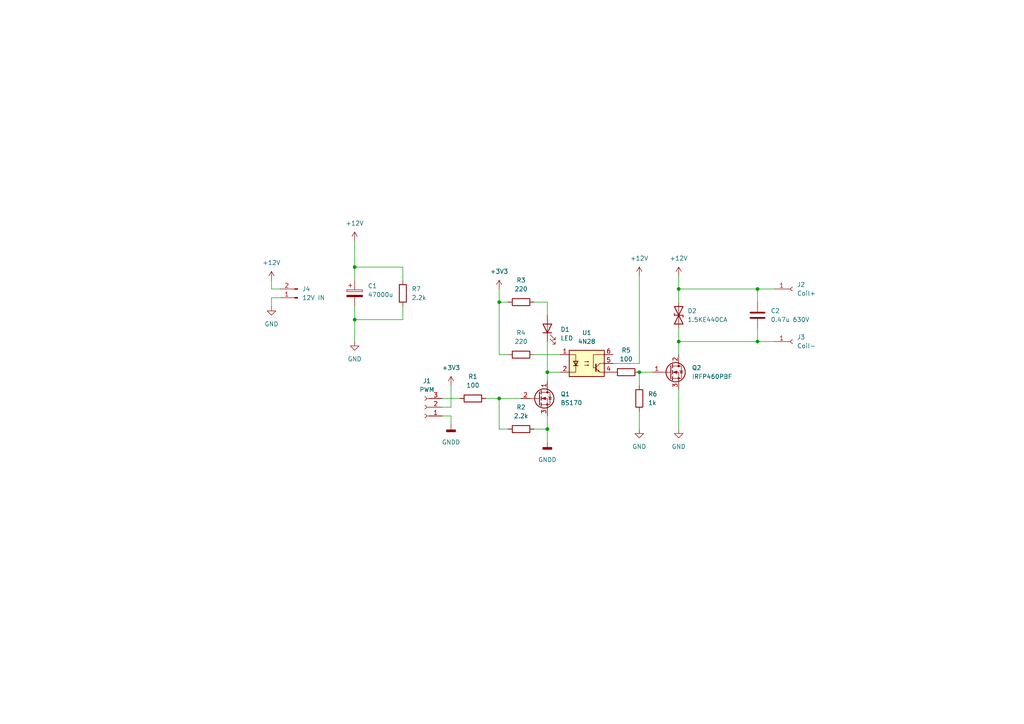
<source format=kicad_sch>
(kicad_sch (version 20211123) (generator eeschema)

  (uuid e63e39d7-6ac0-4ffd-8aa3-1841a4541b55)

  (paper "A4")

  (lib_symbols
    (symbol "Connector:Conn_01x01_Female" (pin_names (offset 1.016) hide) (in_bom yes) (on_board yes)
      (property "Reference" "J" (id 0) (at 0 2.54 0)
        (effects (font (size 1.27 1.27)))
      )
      (property "Value" "Conn_01x01_Female" (id 1) (at 0 -2.54 0)
        (effects (font (size 1.27 1.27)))
      )
      (property "Footprint" "" (id 2) (at 0 0 0)
        (effects (font (size 1.27 1.27)) hide)
      )
      (property "Datasheet" "~" (id 3) (at 0 0 0)
        (effects (font (size 1.27 1.27)) hide)
      )
      (property "ki_keywords" "connector" (id 4) (at 0 0 0)
        (effects (font (size 1.27 1.27)) hide)
      )
      (property "ki_description" "Generic connector, single row, 01x01, script generated (kicad-library-utils/schlib/autogen/connector/)" (id 5) (at 0 0 0)
        (effects (font (size 1.27 1.27)) hide)
      )
      (property "ki_fp_filters" "Connector*:*" (id 6) (at 0 0 0)
        (effects (font (size 1.27 1.27)) hide)
      )
      (symbol "Conn_01x01_Female_1_1"
        (polyline
          (pts
            (xy -1.27 0)
            (xy -0.508 0)
          )
          (stroke (width 0.1524) (type default) (color 0 0 0 0))
          (fill (type none))
        )
        (arc (start 0 0.508) (mid -0.508 0) (end 0 -0.508)
          (stroke (width 0.1524) (type default) (color 0 0 0 0))
          (fill (type none))
        )
        (pin passive line (at -5.08 0 0) (length 3.81)
          (name "Pin_1" (effects (font (size 1.27 1.27))))
          (number "1" (effects (font (size 1.27 1.27))))
        )
      )
    )
    (symbol "Connector:Conn_01x02_Male" (pin_names (offset 1.016) hide) (in_bom yes) (on_board yes)
      (property "Reference" "J" (id 0) (at 0 2.54 0)
        (effects (font (size 1.27 1.27)))
      )
      (property "Value" "Conn_01x02_Male" (id 1) (at 0 -5.08 0)
        (effects (font (size 1.27 1.27)))
      )
      (property "Footprint" "" (id 2) (at 0 0 0)
        (effects (font (size 1.27 1.27)) hide)
      )
      (property "Datasheet" "~" (id 3) (at 0 0 0)
        (effects (font (size 1.27 1.27)) hide)
      )
      (property "ki_keywords" "connector" (id 4) (at 0 0 0)
        (effects (font (size 1.27 1.27)) hide)
      )
      (property "ki_description" "Generic connector, single row, 01x02, script generated (kicad-library-utils/schlib/autogen/connector/)" (id 5) (at 0 0 0)
        (effects (font (size 1.27 1.27)) hide)
      )
      (property "ki_fp_filters" "Connector*:*_1x??_*" (id 6) (at 0 0 0)
        (effects (font (size 1.27 1.27)) hide)
      )
      (symbol "Conn_01x02_Male_1_1"
        (polyline
          (pts
            (xy 1.27 -2.54)
            (xy 0.8636 -2.54)
          )
          (stroke (width 0.1524) (type default) (color 0 0 0 0))
          (fill (type none))
        )
        (polyline
          (pts
            (xy 1.27 0)
            (xy 0.8636 0)
          )
          (stroke (width 0.1524) (type default) (color 0 0 0 0))
          (fill (type none))
        )
        (rectangle (start 0.8636 -2.413) (end 0 -2.667)
          (stroke (width 0.1524) (type default) (color 0 0 0 0))
          (fill (type outline))
        )
        (rectangle (start 0.8636 0.127) (end 0 -0.127)
          (stroke (width 0.1524) (type default) (color 0 0 0 0))
          (fill (type outline))
        )
        (pin passive line (at 5.08 0 180) (length 3.81)
          (name "Pin_1" (effects (font (size 1.27 1.27))))
          (number "1" (effects (font (size 1.27 1.27))))
        )
        (pin passive line (at 5.08 -2.54 180) (length 3.81)
          (name "Pin_2" (effects (font (size 1.27 1.27))))
          (number "2" (effects (font (size 1.27 1.27))))
        )
      )
    )
    (symbol "Connector:Conn_01x03_Female" (pin_names (offset 1.016) hide) (in_bom yes) (on_board yes)
      (property "Reference" "J" (id 0) (at 0 5.08 0)
        (effects (font (size 1.27 1.27)))
      )
      (property "Value" "Conn_01x03_Female" (id 1) (at 0 -5.08 0)
        (effects (font (size 1.27 1.27)))
      )
      (property "Footprint" "" (id 2) (at 0 0 0)
        (effects (font (size 1.27 1.27)) hide)
      )
      (property "Datasheet" "~" (id 3) (at 0 0 0)
        (effects (font (size 1.27 1.27)) hide)
      )
      (property "ki_keywords" "connector" (id 4) (at 0 0 0)
        (effects (font (size 1.27 1.27)) hide)
      )
      (property "ki_description" "Generic connector, single row, 01x03, script generated (kicad-library-utils/schlib/autogen/connector/)" (id 5) (at 0 0 0)
        (effects (font (size 1.27 1.27)) hide)
      )
      (property "ki_fp_filters" "Connector*:*_1x??_*" (id 6) (at 0 0 0)
        (effects (font (size 1.27 1.27)) hide)
      )
      (symbol "Conn_01x03_Female_1_1"
        (arc (start 0 -2.032) (mid -0.508 -2.54) (end 0 -3.048)
          (stroke (width 0.1524) (type default) (color 0 0 0 0))
          (fill (type none))
        )
        (polyline
          (pts
            (xy -1.27 -2.54)
            (xy -0.508 -2.54)
          )
          (stroke (width 0.1524) (type default) (color 0 0 0 0))
          (fill (type none))
        )
        (polyline
          (pts
            (xy -1.27 0)
            (xy -0.508 0)
          )
          (stroke (width 0.1524) (type default) (color 0 0 0 0))
          (fill (type none))
        )
        (polyline
          (pts
            (xy -1.27 2.54)
            (xy -0.508 2.54)
          )
          (stroke (width 0.1524) (type default) (color 0 0 0 0))
          (fill (type none))
        )
        (arc (start 0 0.508) (mid -0.508 0) (end 0 -0.508)
          (stroke (width 0.1524) (type default) (color 0 0 0 0))
          (fill (type none))
        )
        (arc (start 0 3.048) (mid -0.508 2.54) (end 0 2.032)
          (stroke (width 0.1524) (type default) (color 0 0 0 0))
          (fill (type none))
        )
        (pin passive line (at -5.08 2.54 0) (length 3.81)
          (name "Pin_1" (effects (font (size 1.27 1.27))))
          (number "1" (effects (font (size 1.27 1.27))))
        )
        (pin passive line (at -5.08 0 0) (length 3.81)
          (name "Pin_2" (effects (font (size 1.27 1.27))))
          (number "2" (effects (font (size 1.27 1.27))))
        )
        (pin passive line (at -5.08 -2.54 0) (length 3.81)
          (name "Pin_3" (effects (font (size 1.27 1.27))))
          (number "3" (effects (font (size 1.27 1.27))))
        )
      )
    )
    (symbol "Device:C" (pin_numbers hide) (pin_names (offset 0.254)) (in_bom yes) (on_board yes)
      (property "Reference" "C" (id 0) (at 0.635 2.54 0)
        (effects (font (size 1.27 1.27)) (justify left))
      )
      (property "Value" "C" (id 1) (at 0.635 -2.54 0)
        (effects (font (size 1.27 1.27)) (justify left))
      )
      (property "Footprint" "" (id 2) (at 0.9652 -3.81 0)
        (effects (font (size 1.27 1.27)) hide)
      )
      (property "Datasheet" "~" (id 3) (at 0 0 0)
        (effects (font (size 1.27 1.27)) hide)
      )
      (property "ki_keywords" "cap capacitor" (id 4) (at 0 0 0)
        (effects (font (size 1.27 1.27)) hide)
      )
      (property "ki_description" "Unpolarized capacitor" (id 5) (at 0 0 0)
        (effects (font (size 1.27 1.27)) hide)
      )
      (property "ki_fp_filters" "C_*" (id 6) (at 0 0 0)
        (effects (font (size 1.27 1.27)) hide)
      )
      (symbol "C_0_1"
        (polyline
          (pts
            (xy -2.032 -0.762)
            (xy 2.032 -0.762)
          )
          (stroke (width 0.508) (type default) (color 0 0 0 0))
          (fill (type none))
        )
        (polyline
          (pts
            (xy -2.032 0.762)
            (xy 2.032 0.762)
          )
          (stroke (width 0.508) (type default) (color 0 0 0 0))
          (fill (type none))
        )
      )
      (symbol "C_1_1"
        (pin passive line (at 0 3.81 270) (length 2.794)
          (name "~" (effects (font (size 1.27 1.27))))
          (number "1" (effects (font (size 1.27 1.27))))
        )
        (pin passive line (at 0 -3.81 90) (length 2.794)
          (name "~" (effects (font (size 1.27 1.27))))
          (number "2" (effects (font (size 1.27 1.27))))
        )
      )
    )
    (symbol "Device:C_Polarized" (pin_numbers hide) (pin_names (offset 0.254)) (in_bom yes) (on_board yes)
      (property "Reference" "C" (id 0) (at 0.635 2.54 0)
        (effects (font (size 1.27 1.27)) (justify left))
      )
      (property "Value" "C_Polarized" (id 1) (at 0.635 -2.54 0)
        (effects (font (size 1.27 1.27)) (justify left))
      )
      (property "Footprint" "" (id 2) (at 0.9652 -3.81 0)
        (effects (font (size 1.27 1.27)) hide)
      )
      (property "Datasheet" "~" (id 3) (at 0 0 0)
        (effects (font (size 1.27 1.27)) hide)
      )
      (property "ki_keywords" "cap capacitor" (id 4) (at 0 0 0)
        (effects (font (size 1.27 1.27)) hide)
      )
      (property "ki_description" "Polarized capacitor" (id 5) (at 0 0 0)
        (effects (font (size 1.27 1.27)) hide)
      )
      (property "ki_fp_filters" "CP_*" (id 6) (at 0 0 0)
        (effects (font (size 1.27 1.27)) hide)
      )
      (symbol "C_Polarized_0_1"
        (rectangle (start -2.286 0.508) (end 2.286 1.016)
          (stroke (width 0) (type default) (color 0 0 0 0))
          (fill (type none))
        )
        (polyline
          (pts
            (xy -1.778 2.286)
            (xy -0.762 2.286)
          )
          (stroke (width 0) (type default) (color 0 0 0 0))
          (fill (type none))
        )
        (polyline
          (pts
            (xy -1.27 2.794)
            (xy -1.27 1.778)
          )
          (stroke (width 0) (type default) (color 0 0 0 0))
          (fill (type none))
        )
        (rectangle (start 2.286 -0.508) (end -2.286 -1.016)
          (stroke (width 0) (type default) (color 0 0 0 0))
          (fill (type outline))
        )
      )
      (symbol "C_Polarized_1_1"
        (pin passive line (at 0 3.81 270) (length 2.794)
          (name "~" (effects (font (size 1.27 1.27))))
          (number "1" (effects (font (size 1.27 1.27))))
        )
        (pin passive line (at 0 -3.81 90) (length 2.794)
          (name "~" (effects (font (size 1.27 1.27))))
          (number "2" (effects (font (size 1.27 1.27))))
        )
      )
    )
    (symbol "Device:D_TVS" (pin_numbers hide) (pin_names (offset 1.016) hide) (in_bom yes) (on_board yes)
      (property "Reference" "D" (id 0) (at 0 2.54 0)
        (effects (font (size 1.27 1.27)))
      )
      (property "Value" "D_TVS" (id 1) (at 0 -2.54 0)
        (effects (font (size 1.27 1.27)))
      )
      (property "Footprint" "" (id 2) (at 0 0 0)
        (effects (font (size 1.27 1.27)) hide)
      )
      (property "Datasheet" "~" (id 3) (at 0 0 0)
        (effects (font (size 1.27 1.27)) hide)
      )
      (property "ki_keywords" "diode TVS thyrector" (id 4) (at 0 0 0)
        (effects (font (size 1.27 1.27)) hide)
      )
      (property "ki_description" "Bidirectional transient-voltage-suppression diode" (id 5) (at 0 0 0)
        (effects (font (size 1.27 1.27)) hide)
      )
      (property "ki_fp_filters" "TO-???* *_Diode_* *SingleDiode* D_*" (id 6) (at 0 0 0)
        (effects (font (size 1.27 1.27)) hide)
      )
      (symbol "D_TVS_0_1"
        (polyline
          (pts
            (xy 1.27 0)
            (xy -1.27 0)
          )
          (stroke (width 0) (type default) (color 0 0 0 0))
          (fill (type none))
        )
        (polyline
          (pts
            (xy 0.508 1.27)
            (xy 0 1.27)
            (xy 0 -1.27)
            (xy -0.508 -1.27)
          )
          (stroke (width 0.254) (type default) (color 0 0 0 0))
          (fill (type none))
        )
        (polyline
          (pts
            (xy -2.54 1.27)
            (xy -2.54 -1.27)
            (xy 2.54 1.27)
            (xy 2.54 -1.27)
            (xy -2.54 1.27)
          )
          (stroke (width 0.254) (type default) (color 0 0 0 0))
          (fill (type none))
        )
      )
      (symbol "D_TVS_1_1"
        (pin passive line (at -3.81 0 0) (length 2.54)
          (name "A1" (effects (font (size 1.27 1.27))))
          (number "1" (effects (font (size 1.27 1.27))))
        )
        (pin passive line (at 3.81 0 180) (length 2.54)
          (name "A2" (effects (font (size 1.27 1.27))))
          (number "2" (effects (font (size 1.27 1.27))))
        )
      )
    )
    (symbol "Device:LED" (pin_numbers hide) (pin_names (offset 1.016) hide) (in_bom yes) (on_board yes)
      (property "Reference" "D" (id 0) (at 0 2.54 0)
        (effects (font (size 1.27 1.27)))
      )
      (property "Value" "LED" (id 1) (at 0 -2.54 0)
        (effects (font (size 1.27 1.27)))
      )
      (property "Footprint" "" (id 2) (at 0 0 0)
        (effects (font (size 1.27 1.27)) hide)
      )
      (property "Datasheet" "~" (id 3) (at 0 0 0)
        (effects (font (size 1.27 1.27)) hide)
      )
      (property "ki_keywords" "LED diode" (id 4) (at 0 0 0)
        (effects (font (size 1.27 1.27)) hide)
      )
      (property "ki_description" "Light emitting diode" (id 5) (at 0 0 0)
        (effects (font (size 1.27 1.27)) hide)
      )
      (property "ki_fp_filters" "LED* LED_SMD:* LED_THT:*" (id 6) (at 0 0 0)
        (effects (font (size 1.27 1.27)) hide)
      )
      (symbol "LED_0_1"
        (polyline
          (pts
            (xy -1.27 -1.27)
            (xy -1.27 1.27)
          )
          (stroke (width 0.254) (type default) (color 0 0 0 0))
          (fill (type none))
        )
        (polyline
          (pts
            (xy -1.27 0)
            (xy 1.27 0)
          )
          (stroke (width 0) (type default) (color 0 0 0 0))
          (fill (type none))
        )
        (polyline
          (pts
            (xy 1.27 -1.27)
            (xy 1.27 1.27)
            (xy -1.27 0)
            (xy 1.27 -1.27)
          )
          (stroke (width 0.254) (type default) (color 0 0 0 0))
          (fill (type none))
        )
        (polyline
          (pts
            (xy -3.048 -0.762)
            (xy -4.572 -2.286)
            (xy -3.81 -2.286)
            (xy -4.572 -2.286)
            (xy -4.572 -1.524)
          )
          (stroke (width 0) (type default) (color 0 0 0 0))
          (fill (type none))
        )
        (polyline
          (pts
            (xy -1.778 -0.762)
            (xy -3.302 -2.286)
            (xy -2.54 -2.286)
            (xy -3.302 -2.286)
            (xy -3.302 -1.524)
          )
          (stroke (width 0) (type default) (color 0 0 0 0))
          (fill (type none))
        )
      )
      (symbol "LED_1_1"
        (pin passive line (at -3.81 0 0) (length 2.54)
          (name "K" (effects (font (size 1.27 1.27))))
          (number "1" (effects (font (size 1.27 1.27))))
        )
        (pin passive line (at 3.81 0 180) (length 2.54)
          (name "A" (effects (font (size 1.27 1.27))))
          (number "2" (effects (font (size 1.27 1.27))))
        )
      )
    )
    (symbol "Device:Q_NMOS_GDS" (pin_names (offset 0) hide) (in_bom yes) (on_board yes)
      (property "Reference" "Q" (id 0) (at 5.08 1.27 0)
        (effects (font (size 1.27 1.27)) (justify left))
      )
      (property "Value" "Q_NMOS_GDS" (id 1) (at 5.08 -1.27 0)
        (effects (font (size 1.27 1.27)) (justify left))
      )
      (property "Footprint" "" (id 2) (at 5.08 2.54 0)
        (effects (font (size 1.27 1.27)) hide)
      )
      (property "Datasheet" "~" (id 3) (at 0 0 0)
        (effects (font (size 1.27 1.27)) hide)
      )
      (property "ki_keywords" "transistor NMOS N-MOS N-MOSFET" (id 4) (at 0 0 0)
        (effects (font (size 1.27 1.27)) hide)
      )
      (property "ki_description" "N-MOSFET transistor, gate/drain/source" (id 5) (at 0 0 0)
        (effects (font (size 1.27 1.27)) hide)
      )
      (symbol "Q_NMOS_GDS_0_1"
        (polyline
          (pts
            (xy 0.254 0)
            (xy -2.54 0)
          )
          (stroke (width 0) (type default) (color 0 0 0 0))
          (fill (type none))
        )
        (polyline
          (pts
            (xy 0.254 1.905)
            (xy 0.254 -1.905)
          )
          (stroke (width 0.254) (type default) (color 0 0 0 0))
          (fill (type none))
        )
        (polyline
          (pts
            (xy 0.762 -1.27)
            (xy 0.762 -2.286)
          )
          (stroke (width 0.254) (type default) (color 0 0 0 0))
          (fill (type none))
        )
        (polyline
          (pts
            (xy 0.762 0.508)
            (xy 0.762 -0.508)
          )
          (stroke (width 0.254) (type default) (color 0 0 0 0))
          (fill (type none))
        )
        (polyline
          (pts
            (xy 0.762 2.286)
            (xy 0.762 1.27)
          )
          (stroke (width 0.254) (type default) (color 0 0 0 0))
          (fill (type none))
        )
        (polyline
          (pts
            (xy 2.54 2.54)
            (xy 2.54 1.778)
          )
          (stroke (width 0) (type default) (color 0 0 0 0))
          (fill (type none))
        )
        (polyline
          (pts
            (xy 2.54 -2.54)
            (xy 2.54 0)
            (xy 0.762 0)
          )
          (stroke (width 0) (type default) (color 0 0 0 0))
          (fill (type none))
        )
        (polyline
          (pts
            (xy 0.762 -1.778)
            (xy 3.302 -1.778)
            (xy 3.302 1.778)
            (xy 0.762 1.778)
          )
          (stroke (width 0) (type default) (color 0 0 0 0))
          (fill (type none))
        )
        (polyline
          (pts
            (xy 1.016 0)
            (xy 2.032 0.381)
            (xy 2.032 -0.381)
            (xy 1.016 0)
          )
          (stroke (width 0) (type default) (color 0 0 0 0))
          (fill (type outline))
        )
        (polyline
          (pts
            (xy 2.794 0.508)
            (xy 2.921 0.381)
            (xy 3.683 0.381)
            (xy 3.81 0.254)
          )
          (stroke (width 0) (type default) (color 0 0 0 0))
          (fill (type none))
        )
        (polyline
          (pts
            (xy 3.302 0.381)
            (xy 2.921 -0.254)
            (xy 3.683 -0.254)
            (xy 3.302 0.381)
          )
          (stroke (width 0) (type default) (color 0 0 0 0))
          (fill (type none))
        )
        (circle (center 1.651 0) (radius 2.794)
          (stroke (width 0.254) (type default) (color 0 0 0 0))
          (fill (type none))
        )
        (circle (center 2.54 -1.778) (radius 0.254)
          (stroke (width 0) (type default) (color 0 0 0 0))
          (fill (type outline))
        )
        (circle (center 2.54 1.778) (radius 0.254)
          (stroke (width 0) (type default) (color 0 0 0 0))
          (fill (type outline))
        )
      )
      (symbol "Q_NMOS_GDS_1_1"
        (pin input line (at -5.08 0 0) (length 2.54)
          (name "G" (effects (font (size 1.27 1.27))))
          (number "1" (effects (font (size 1.27 1.27))))
        )
        (pin passive line (at 2.54 5.08 270) (length 2.54)
          (name "D" (effects (font (size 1.27 1.27))))
          (number "2" (effects (font (size 1.27 1.27))))
        )
        (pin passive line (at 2.54 -5.08 90) (length 2.54)
          (name "S" (effects (font (size 1.27 1.27))))
          (number "3" (effects (font (size 1.27 1.27))))
        )
      )
    )
    (symbol "Device:R" (pin_numbers hide) (pin_names (offset 0)) (in_bom yes) (on_board yes)
      (property "Reference" "R" (id 0) (at 2.032 0 90)
        (effects (font (size 1.27 1.27)))
      )
      (property "Value" "R" (id 1) (at 0 0 90)
        (effects (font (size 1.27 1.27)))
      )
      (property "Footprint" "" (id 2) (at -1.778 0 90)
        (effects (font (size 1.27 1.27)) hide)
      )
      (property "Datasheet" "~" (id 3) (at 0 0 0)
        (effects (font (size 1.27 1.27)) hide)
      )
      (property "ki_keywords" "R res resistor" (id 4) (at 0 0 0)
        (effects (font (size 1.27 1.27)) hide)
      )
      (property "ki_description" "Resistor" (id 5) (at 0 0 0)
        (effects (font (size 1.27 1.27)) hide)
      )
      (property "ki_fp_filters" "R_*" (id 6) (at 0 0 0)
        (effects (font (size 1.27 1.27)) hide)
      )
      (symbol "R_0_1"
        (rectangle (start -1.016 -2.54) (end 1.016 2.54)
          (stroke (width 0.254) (type default) (color 0 0 0 0))
          (fill (type none))
        )
      )
      (symbol "R_1_1"
        (pin passive line (at 0 3.81 270) (length 1.27)
          (name "~" (effects (font (size 1.27 1.27))))
          (number "1" (effects (font (size 1.27 1.27))))
        )
        (pin passive line (at 0 -3.81 90) (length 1.27)
          (name "~" (effects (font (size 1.27 1.27))))
          (number "2" (effects (font (size 1.27 1.27))))
        )
      )
    )
    (symbol "Isolator:4N28" (pin_names (offset 1.016)) (in_bom yes) (on_board yes)
      (property "Reference" "U" (id 0) (at -5.08 5.08 0)
        (effects (font (size 1.27 1.27)) (justify left))
      )
      (property "Value" "4N28" (id 1) (at 0 5.08 0)
        (effects (font (size 1.27 1.27)) (justify left))
      )
      (property "Footprint" "Package_DIP:DIP-6_W7.62mm" (id 2) (at -5.08 -5.08 0)
        (effects (font (size 1.27 1.27) italic) (justify left) hide)
      )
      (property "Datasheet" "https://www.vishay.com/docs/83725/4n25.pdf" (id 3) (at 0 0 0)
        (effects (font (size 1.27 1.27)) (justify left) hide)
      )
      (property "ki_keywords" "NPN DC Optocoupler Base Connected" (id 4) (at 0 0 0)
        (effects (font (size 1.27 1.27)) hide)
      )
      (property "ki_description" "DC Optocoupler Base Connected, Vce 30V, CTR 10%, Viso 2500V, DIP6" (id 5) (at 0 0 0)
        (effects (font (size 1.27 1.27)) hide)
      )
      (property "ki_fp_filters" "DIP*W7.62mm*" (id 6) (at 0 0 0)
        (effects (font (size 1.27 1.27)) hide)
      )
      (symbol "4N28_0_1"
        (rectangle (start -5.08 3.81) (end 5.08 -3.81)
          (stroke (width 0.254) (type default) (color 0 0 0 0))
          (fill (type background))
        )
        (polyline
          (pts
            (xy -3.81 -0.635)
            (xy -2.54 -0.635)
          )
          (stroke (width 0.254) (type default) (color 0 0 0 0))
          (fill (type none))
        )
        (polyline
          (pts
            (xy 2.667 -1.397)
            (xy 3.81 -2.54)
          )
          (stroke (width 0) (type default) (color 0 0 0 0))
          (fill (type none))
        )
        (polyline
          (pts
            (xy 2.667 -1.143)
            (xy 3.81 0)
          )
          (stroke (width 0) (type default) (color 0 0 0 0))
          (fill (type none))
        )
        (polyline
          (pts
            (xy 3.81 -2.54)
            (xy 5.08 -2.54)
          )
          (stroke (width 0) (type default) (color 0 0 0 0))
          (fill (type none))
        )
        (polyline
          (pts
            (xy 3.81 0)
            (xy 5.08 0)
          )
          (stroke (width 0) (type default) (color 0 0 0 0))
          (fill (type none))
        )
        (polyline
          (pts
            (xy 2.667 -0.254)
            (xy 2.667 -2.286)
            (xy 2.667 -2.286)
          )
          (stroke (width 0.3556) (type default) (color 0 0 0 0))
          (fill (type none))
        )
        (polyline
          (pts
            (xy -5.08 -2.54)
            (xy -3.175 -2.54)
            (xy -3.175 2.54)
            (xy -5.08 2.54)
          )
          (stroke (width 0) (type default) (color 0 0 0 0))
          (fill (type none))
        )
        (polyline
          (pts
            (xy -3.175 -0.635)
            (xy -3.81 0.635)
            (xy -2.54 0.635)
            (xy -3.175 -0.635)
          )
          (stroke (width 0.254) (type default) (color 0 0 0 0))
          (fill (type none))
        )
        (polyline
          (pts
            (xy 3.683 -2.413)
            (xy 3.429 -1.905)
            (xy 3.175 -2.159)
            (xy 3.683 -2.413)
          )
          (stroke (width 0) (type default) (color 0 0 0 0))
          (fill (type none))
        )
        (polyline
          (pts
            (xy 5.08 2.54)
            (xy 1.905 2.54)
            (xy 1.905 -1.27)
            (xy 2.54 -1.27)
          )
          (stroke (width 0) (type default) (color 0 0 0 0))
          (fill (type none))
        )
        (polyline
          (pts
            (xy -0.635 -0.508)
            (xy 0.635 -0.508)
            (xy 0.254 -0.635)
            (xy 0.254 -0.381)
            (xy 0.635 -0.508)
          )
          (stroke (width 0) (type default) (color 0 0 0 0))
          (fill (type none))
        )
        (polyline
          (pts
            (xy -0.635 0.508)
            (xy 0.635 0.508)
            (xy 0.254 0.381)
            (xy 0.254 0.635)
            (xy 0.635 0.508)
          )
          (stroke (width 0) (type default) (color 0 0 0 0))
          (fill (type none))
        )
      )
      (symbol "4N28_1_1"
        (pin passive line (at -7.62 2.54 0) (length 2.54)
          (name "~" (effects (font (size 1.27 1.27))))
          (number "1" (effects (font (size 1.27 1.27))))
        )
        (pin passive line (at -7.62 -2.54 0) (length 2.54)
          (name "~" (effects (font (size 1.27 1.27))))
          (number "2" (effects (font (size 1.27 1.27))))
        )
        (pin no_connect line (at -5.08 0 0) (length 2.54) hide
          (name "NC" (effects (font (size 1.27 1.27))))
          (number "3" (effects (font (size 1.27 1.27))))
        )
        (pin passive line (at 7.62 -2.54 180) (length 2.54)
          (name "~" (effects (font (size 1.27 1.27))))
          (number "4" (effects (font (size 1.27 1.27))))
        )
        (pin passive line (at 7.62 0 180) (length 2.54)
          (name "~" (effects (font (size 1.27 1.27))))
          (number "5" (effects (font (size 1.27 1.27))))
        )
        (pin passive line (at 7.62 2.54 180) (length 2.54)
          (name "~" (effects (font (size 1.27 1.27))))
          (number "6" (effects (font (size 1.27 1.27))))
        )
      )
    )
    (symbol "Transistor_FET:BS170" (pin_names hide) (in_bom yes) (on_board yes)
      (property "Reference" "Q" (id 0) (at 5.08 1.905 0)
        (effects (font (size 1.27 1.27)) (justify left))
      )
      (property "Value" "BS170" (id 1) (at 5.08 0 0)
        (effects (font (size 1.27 1.27)) (justify left))
      )
      (property "Footprint" "Package_TO_SOT_THT:TO-92_Inline" (id 2) (at 5.08 -1.905 0)
        (effects (font (size 1.27 1.27) italic) (justify left) hide)
      )
      (property "Datasheet" "https://www.onsemi.com/pub/Collateral/BS170-D.PDF" (id 3) (at 0 0 0)
        (effects (font (size 1.27 1.27)) (justify left) hide)
      )
      (property "ki_keywords" "N-Channel MOSFET" (id 4) (at 0 0 0)
        (effects (font (size 1.27 1.27)) hide)
      )
      (property "ki_description" "0.5A Id, 60V Vds, N-Channel MOSFET, TO-92" (id 5) (at 0 0 0)
        (effects (font (size 1.27 1.27)) hide)
      )
      (property "ki_fp_filters" "TO?92*" (id 6) (at 0 0 0)
        (effects (font (size 1.27 1.27)) hide)
      )
      (symbol "BS170_0_1"
        (polyline
          (pts
            (xy 0.254 0)
            (xy -2.54 0)
          )
          (stroke (width 0) (type default) (color 0 0 0 0))
          (fill (type none))
        )
        (polyline
          (pts
            (xy 0.254 1.905)
            (xy 0.254 -1.905)
          )
          (stroke (width 0.254) (type default) (color 0 0 0 0))
          (fill (type none))
        )
        (polyline
          (pts
            (xy 0.762 -1.27)
            (xy 0.762 -2.286)
          )
          (stroke (width 0.254) (type default) (color 0 0 0 0))
          (fill (type none))
        )
        (polyline
          (pts
            (xy 0.762 0.508)
            (xy 0.762 -0.508)
          )
          (stroke (width 0.254) (type default) (color 0 0 0 0))
          (fill (type none))
        )
        (polyline
          (pts
            (xy 0.762 2.286)
            (xy 0.762 1.27)
          )
          (stroke (width 0.254) (type default) (color 0 0 0 0))
          (fill (type none))
        )
        (polyline
          (pts
            (xy 2.54 2.54)
            (xy 2.54 1.778)
          )
          (stroke (width 0) (type default) (color 0 0 0 0))
          (fill (type none))
        )
        (polyline
          (pts
            (xy 2.54 -2.54)
            (xy 2.54 0)
            (xy 0.762 0)
          )
          (stroke (width 0) (type default) (color 0 0 0 0))
          (fill (type none))
        )
        (polyline
          (pts
            (xy 0.762 -1.778)
            (xy 3.302 -1.778)
            (xy 3.302 1.778)
            (xy 0.762 1.778)
          )
          (stroke (width 0) (type default) (color 0 0 0 0))
          (fill (type none))
        )
        (polyline
          (pts
            (xy 1.016 0)
            (xy 2.032 0.381)
            (xy 2.032 -0.381)
            (xy 1.016 0)
          )
          (stroke (width 0) (type default) (color 0 0 0 0))
          (fill (type outline))
        )
        (polyline
          (pts
            (xy 2.794 0.508)
            (xy 2.921 0.381)
            (xy 3.683 0.381)
            (xy 3.81 0.254)
          )
          (stroke (width 0) (type default) (color 0 0 0 0))
          (fill (type none))
        )
        (polyline
          (pts
            (xy 3.302 0.381)
            (xy 2.921 -0.254)
            (xy 3.683 -0.254)
            (xy 3.302 0.381)
          )
          (stroke (width 0) (type default) (color 0 0 0 0))
          (fill (type none))
        )
        (circle (center 1.651 0) (radius 2.794)
          (stroke (width 0.254) (type default) (color 0 0 0 0))
          (fill (type none))
        )
        (circle (center 2.54 -1.778) (radius 0.254)
          (stroke (width 0) (type default) (color 0 0 0 0))
          (fill (type outline))
        )
        (circle (center 2.54 1.778) (radius 0.254)
          (stroke (width 0) (type default) (color 0 0 0 0))
          (fill (type outline))
        )
      )
      (symbol "BS170_1_1"
        (pin passive line (at 2.54 5.08 270) (length 2.54)
          (name "D" (effects (font (size 1.27 1.27))))
          (number "1" (effects (font (size 1.27 1.27))))
        )
        (pin input line (at -5.08 0 0) (length 2.54)
          (name "G" (effects (font (size 1.27 1.27))))
          (number "2" (effects (font (size 1.27 1.27))))
        )
        (pin passive line (at 2.54 -5.08 90) (length 2.54)
          (name "S" (effects (font (size 1.27 1.27))))
          (number "3" (effects (font (size 1.27 1.27))))
        )
      )
    )
    (symbol "power:+12V" (power) (pin_names (offset 0)) (in_bom yes) (on_board yes)
      (property "Reference" "#PWR" (id 0) (at 0 -3.81 0)
        (effects (font (size 1.27 1.27)) hide)
      )
      (property "Value" "+12V" (id 1) (at 0 3.556 0)
        (effects (font (size 1.27 1.27)))
      )
      (property "Footprint" "" (id 2) (at 0 0 0)
        (effects (font (size 1.27 1.27)) hide)
      )
      (property "Datasheet" "" (id 3) (at 0 0 0)
        (effects (font (size 1.27 1.27)) hide)
      )
      (property "ki_keywords" "power-flag" (id 4) (at 0 0 0)
        (effects (font (size 1.27 1.27)) hide)
      )
      (property "ki_description" "Power symbol creates a global label with name \"+12V\"" (id 5) (at 0 0 0)
        (effects (font (size 1.27 1.27)) hide)
      )
      (symbol "+12V_0_1"
        (polyline
          (pts
            (xy -0.762 1.27)
            (xy 0 2.54)
          )
          (stroke (width 0) (type default) (color 0 0 0 0))
          (fill (type none))
        )
        (polyline
          (pts
            (xy 0 0)
            (xy 0 2.54)
          )
          (stroke (width 0) (type default) (color 0 0 0 0))
          (fill (type none))
        )
        (polyline
          (pts
            (xy 0 2.54)
            (xy 0.762 1.27)
          )
          (stroke (width 0) (type default) (color 0 0 0 0))
          (fill (type none))
        )
      )
      (symbol "+12V_1_1"
        (pin power_in line (at 0 0 90) (length 0) hide
          (name "+12V" (effects (font (size 1.27 1.27))))
          (number "1" (effects (font (size 1.27 1.27))))
        )
      )
    )
    (symbol "power:+3.3V" (power) (pin_names (offset 0)) (in_bom yes) (on_board yes)
      (property "Reference" "#PWR" (id 0) (at 0 -3.81 0)
        (effects (font (size 1.27 1.27)) hide)
      )
      (property "Value" "+3.3V" (id 1) (at 0 3.556 0)
        (effects (font (size 1.27 1.27)))
      )
      (property "Footprint" "" (id 2) (at 0 0 0)
        (effects (font (size 1.27 1.27)) hide)
      )
      (property "Datasheet" "" (id 3) (at 0 0 0)
        (effects (font (size 1.27 1.27)) hide)
      )
      (property "ki_keywords" "power-flag" (id 4) (at 0 0 0)
        (effects (font (size 1.27 1.27)) hide)
      )
      (property "ki_description" "Power symbol creates a global label with name \"+3.3V\"" (id 5) (at 0 0 0)
        (effects (font (size 1.27 1.27)) hide)
      )
      (symbol "+3.3V_0_1"
        (polyline
          (pts
            (xy -0.762 1.27)
            (xy 0 2.54)
          )
          (stroke (width 0) (type default) (color 0 0 0 0))
          (fill (type none))
        )
        (polyline
          (pts
            (xy 0 0)
            (xy 0 2.54)
          )
          (stroke (width 0) (type default) (color 0 0 0 0))
          (fill (type none))
        )
        (polyline
          (pts
            (xy 0 2.54)
            (xy 0.762 1.27)
          )
          (stroke (width 0) (type default) (color 0 0 0 0))
          (fill (type none))
        )
      )
      (symbol "+3.3V_1_1"
        (pin power_in line (at 0 0 90) (length 0) hide
          (name "+3V3" (effects (font (size 1.27 1.27))))
          (number "1" (effects (font (size 1.27 1.27))))
        )
      )
    )
    (symbol "power:GND" (power) (pin_names (offset 0)) (in_bom yes) (on_board yes)
      (property "Reference" "#PWR" (id 0) (at 0 -6.35 0)
        (effects (font (size 1.27 1.27)) hide)
      )
      (property "Value" "GND" (id 1) (at 0 -3.81 0)
        (effects (font (size 1.27 1.27)))
      )
      (property "Footprint" "" (id 2) (at 0 0 0)
        (effects (font (size 1.27 1.27)) hide)
      )
      (property "Datasheet" "" (id 3) (at 0 0 0)
        (effects (font (size 1.27 1.27)) hide)
      )
      (property "ki_keywords" "power-flag" (id 4) (at 0 0 0)
        (effects (font (size 1.27 1.27)) hide)
      )
      (property "ki_description" "Power symbol creates a global label with name \"GND\" , ground" (id 5) (at 0 0 0)
        (effects (font (size 1.27 1.27)) hide)
      )
      (symbol "GND_0_1"
        (polyline
          (pts
            (xy 0 0)
            (xy 0 -1.27)
            (xy 1.27 -1.27)
            (xy 0 -2.54)
            (xy -1.27 -1.27)
            (xy 0 -1.27)
          )
          (stroke (width 0) (type default) (color 0 0 0 0))
          (fill (type none))
        )
      )
      (symbol "GND_1_1"
        (pin power_in line (at 0 0 270) (length 0) hide
          (name "GND" (effects (font (size 1.27 1.27))))
          (number "1" (effects (font (size 1.27 1.27))))
        )
      )
    )
    (symbol "power:GNDD" (power) (pin_names (offset 0)) (in_bom yes) (on_board yes)
      (property "Reference" "#PWR" (id 0) (at 0 -6.35 0)
        (effects (font (size 1.27 1.27)) hide)
      )
      (property "Value" "GNDD" (id 1) (at 0 -3.175 0)
        (effects (font (size 1.27 1.27)))
      )
      (property "Footprint" "" (id 2) (at 0 0 0)
        (effects (font (size 1.27 1.27)) hide)
      )
      (property "Datasheet" "" (id 3) (at 0 0 0)
        (effects (font (size 1.27 1.27)) hide)
      )
      (property "ki_keywords" "power-flag" (id 4) (at 0 0 0)
        (effects (font (size 1.27 1.27)) hide)
      )
      (property "ki_description" "Power symbol creates a global label with name \"GNDD\" , digital ground" (id 5) (at 0 0 0)
        (effects (font (size 1.27 1.27)) hide)
      )
      (symbol "GNDD_0_1"
        (rectangle (start -1.27 -1.524) (end 1.27 -2.032)
          (stroke (width 0.254) (type default) (color 0 0 0 0))
          (fill (type outline))
        )
        (polyline
          (pts
            (xy 0 0)
            (xy 0 -1.524)
          )
          (stroke (width 0) (type default) (color 0 0 0 0))
          (fill (type none))
        )
      )
      (symbol "GNDD_1_1"
        (pin power_in line (at 0 0 270) (length 0) hide
          (name "GNDD" (effects (font (size 1.27 1.27))))
          (number "1" (effects (font (size 1.27 1.27))))
        )
      )
    )
  )

  (junction (at 219.71 83.82) (diameter 0) (color 0 0 0 0)
    (uuid 16b8eb60-80f0-442d-8743-a5c8fa03e869)
  )
  (junction (at 102.87 77.47) (diameter 0) (color 0 0 0 0)
    (uuid 23c27d09-8e6c-485e-992d-9b8ede87e6dc)
  )
  (junction (at 144.78 115.57) (diameter 0) (color 0 0 0 0)
    (uuid 4ad21bd1-e896-40a2-8bca-ba77931f953c)
  )
  (junction (at 196.85 83.82) (diameter 0) (color 0 0 0 0)
    (uuid 68982acb-f86f-4ab9-8624-63012d5de059)
  )
  (junction (at 196.85 99.06) (diameter 0) (color 0 0 0 0)
    (uuid 6c1e9e68-4e75-4eed-9712-c74d7eebfaa3)
  )
  (junction (at 158.75 107.95) (diameter 0) (color 0 0 0 0)
    (uuid 7b8bbc5c-689c-4e2d-95fa-6c221ac250d9)
  )
  (junction (at 144.78 87.63) (diameter 0) (color 0 0 0 0)
    (uuid b2a6c731-a27f-4921-a005-90f6c1292825)
  )
  (junction (at 102.87 92.71) (diameter 0) (color 0 0 0 0)
    (uuid bb4977c1-c5ea-4d5a-ba70-903e7a0f4d2e)
  )
  (junction (at 185.42 107.95) (diameter 0) (color 0 0 0 0)
    (uuid cb5c5d13-93be-45c6-9138-139db0709449)
  )
  (junction (at 219.71 99.06) (diameter 0) (color 0 0 0 0)
    (uuid e0c3cfb6-c1df-42ef-b490-624c6637e557)
  )
  (junction (at 158.75 124.46) (diameter 0) (color 0 0 0 0)
    (uuid f6ab367f-26a7-4466-b0a9-36c083d48d23)
  )

  (wire (pts (xy 219.71 99.06) (xy 224.79 99.06))
    (stroke (width 0) (type default) (color 0 0 0 0))
    (uuid 026eb23b-a059-48fb-a705-445100e5df17)
  )
  (wire (pts (xy 116.84 88.9) (xy 116.84 92.71))
    (stroke (width 0) (type default) (color 0 0 0 0))
    (uuid 0961d98c-3a26-453b-9d7d-3dcc39d122c0)
  )
  (wire (pts (xy 81.28 83.82) (xy 78.74 83.82))
    (stroke (width 0) (type default) (color 0 0 0 0))
    (uuid 10f08e82-87d2-4ccf-a29a-60cf23cc7f41)
  )
  (wire (pts (xy 78.74 86.36) (xy 81.28 86.36))
    (stroke (width 0) (type default) (color 0 0 0 0))
    (uuid 11193139-e627-47b8-acb2-c7465a48e18b)
  )
  (wire (pts (xy 158.75 87.63) (xy 158.75 91.44))
    (stroke (width 0) (type default) (color 0 0 0 0))
    (uuid 12f7d72c-9579-4f97-87b0-59a00a1bfa3b)
  )
  (wire (pts (xy 158.75 120.65) (xy 158.75 124.46))
    (stroke (width 0) (type default) (color 0 0 0 0))
    (uuid 13c1c8ef-836b-4be3-a856-8e786337edf9)
  )
  (wire (pts (xy 140.97 115.57) (xy 144.78 115.57))
    (stroke (width 0) (type default) (color 0 0 0 0))
    (uuid 17e0031b-eabb-4049-80a3-49d009a3e9fc)
  )
  (wire (pts (xy 219.71 83.82) (xy 219.71 87.63))
    (stroke (width 0) (type default) (color 0 0 0 0))
    (uuid 18cf3d0e-decb-4baa-bbca-50180b40811e)
  )
  (wire (pts (xy 185.42 119.38) (xy 185.42 124.46))
    (stroke (width 0) (type default) (color 0 0 0 0))
    (uuid 1f3cec33-c5d4-42cf-9b3c-cac8c9d4f476)
  )
  (wire (pts (xy 185.42 80.01) (xy 185.42 105.41))
    (stroke (width 0) (type default) (color 0 0 0 0))
    (uuid 1f924b02-200e-46cd-abb8-62ac39e84353)
  )
  (wire (pts (xy 154.94 124.46) (xy 158.75 124.46))
    (stroke (width 0) (type default) (color 0 0 0 0))
    (uuid 231f96ab-76e3-4238-9b47-65d751b21577)
  )
  (wire (pts (xy 147.32 124.46) (xy 144.78 124.46))
    (stroke (width 0) (type default) (color 0 0 0 0))
    (uuid 2535c01c-5561-4f2f-baf1-5a7f034a9fe1)
  )
  (wire (pts (xy 158.75 107.95) (xy 158.75 110.49))
    (stroke (width 0) (type default) (color 0 0 0 0))
    (uuid 2f4d0a68-6c15-4151-936f-90d63ee0877b)
  )
  (wire (pts (xy 144.78 87.63) (xy 147.32 87.63))
    (stroke (width 0) (type default) (color 0 0 0 0))
    (uuid 344f2975-e148-408c-9f24-887013574c8c)
  )
  (wire (pts (xy 147.32 102.87) (xy 144.78 102.87))
    (stroke (width 0) (type default) (color 0 0 0 0))
    (uuid 42d41099-79d5-4c5a-bb6e-ea809bd2685a)
  )
  (wire (pts (xy 128.27 115.57) (xy 133.35 115.57))
    (stroke (width 0) (type default) (color 0 0 0 0))
    (uuid 4318605c-e311-44ff-aafa-9d405b2d9c2d)
  )
  (wire (pts (xy 116.84 77.47) (xy 102.87 77.47))
    (stroke (width 0) (type default) (color 0 0 0 0))
    (uuid 44868a2a-cf18-4ebc-8b6b-60a16e85faee)
  )
  (wire (pts (xy 116.84 92.71) (xy 102.87 92.71))
    (stroke (width 0) (type default) (color 0 0 0 0))
    (uuid 48c0c4d2-e972-47da-bfe0-c16ad4519e5d)
  )
  (wire (pts (xy 130.81 118.11) (xy 130.81 111.76))
    (stroke (width 0) (type default) (color 0 0 0 0))
    (uuid 51cd79e9-f411-49dc-b479-f0fa04d09bf3)
  )
  (wire (pts (xy 185.42 107.95) (xy 189.23 107.95))
    (stroke (width 0) (type default) (color 0 0 0 0))
    (uuid 527ac992-6b07-4a8e-9572-287a7744848b)
  )
  (wire (pts (xy 154.94 87.63) (xy 158.75 87.63))
    (stroke (width 0) (type default) (color 0 0 0 0))
    (uuid 52bbdd06-759d-4e31-99a1-35fa1a89042c)
  )
  (wire (pts (xy 158.75 99.06) (xy 158.75 107.95))
    (stroke (width 0) (type default) (color 0 0 0 0))
    (uuid 52df902f-465a-4c40-8b87-107566725ad2)
  )
  (wire (pts (xy 185.42 107.95) (xy 185.42 111.76))
    (stroke (width 0) (type default) (color 0 0 0 0))
    (uuid 5b5bb691-4175-4e6d-95a4-72569941cdc5)
  )
  (wire (pts (xy 158.75 124.46) (xy 158.75 128.27))
    (stroke (width 0) (type default) (color 0 0 0 0))
    (uuid 5b81884b-8200-4cac-8fa8-db2588c9c969)
  )
  (wire (pts (xy 102.87 77.47) (xy 102.87 81.28))
    (stroke (width 0) (type default) (color 0 0 0 0))
    (uuid 65047521-4e41-49c3-9492-c1677f50873f)
  )
  (wire (pts (xy 196.85 113.03) (xy 196.85 124.46))
    (stroke (width 0) (type default) (color 0 0 0 0))
    (uuid 689ef3ed-d0a6-41ab-8b9f-b0c001abfa40)
  )
  (wire (pts (xy 196.85 99.06) (xy 219.71 99.06))
    (stroke (width 0) (type default) (color 0 0 0 0))
    (uuid 6cf18ead-3da8-445d-80fe-d7ccb36d5034)
  )
  (wire (pts (xy 144.78 124.46) (xy 144.78 115.57))
    (stroke (width 0) (type default) (color 0 0 0 0))
    (uuid 6d7b11ad-4bd4-412a-ba8f-1f3019768455)
  )
  (wire (pts (xy 196.85 80.01) (xy 196.85 83.82))
    (stroke (width 0) (type default) (color 0 0 0 0))
    (uuid 6dd8cdbc-53eb-499f-a081-c2ab30331615)
  )
  (wire (pts (xy 196.85 83.82) (xy 196.85 87.63))
    (stroke (width 0) (type default) (color 0 0 0 0))
    (uuid 89a87658-195a-430f-8d8a-159e5c95f2be)
  )
  (wire (pts (xy 102.87 69.85) (xy 102.87 77.47))
    (stroke (width 0) (type default) (color 0 0 0 0))
    (uuid 8f1128f2-aed3-4b9a-be1d-97e3c9e3e1e4)
  )
  (wire (pts (xy 144.78 115.57) (xy 151.13 115.57))
    (stroke (width 0) (type default) (color 0 0 0 0))
    (uuid 8fcf25be-74d8-4f62-a9ec-6a71a715b575)
  )
  (wire (pts (xy 144.78 83.82) (xy 144.78 87.63))
    (stroke (width 0) (type default) (color 0 0 0 0))
    (uuid 916b9495-fcbf-4c70-afd0-54233d7fd0d8)
  )
  (wire (pts (xy 196.85 83.82) (xy 219.71 83.82))
    (stroke (width 0) (type default) (color 0 0 0 0))
    (uuid 94ea48b5-ad00-453c-ac95-e43121e7103c)
  )
  (wire (pts (xy 116.84 81.28) (xy 116.84 77.47))
    (stroke (width 0) (type default) (color 0 0 0 0))
    (uuid 971f4445-f82e-43a7-9ab4-18d7e4b613f5)
  )
  (wire (pts (xy 158.75 107.95) (xy 162.56 107.95))
    (stroke (width 0) (type default) (color 0 0 0 0))
    (uuid 978630ab-ae87-4645-bb9b-53221af8571f)
  )
  (wire (pts (xy 130.81 120.65) (xy 130.81 123.19))
    (stroke (width 0) (type default) (color 0 0 0 0))
    (uuid aac64ca6-d53f-48b3-8daa-4939553bf1a3)
  )
  (wire (pts (xy 196.85 99.06) (xy 196.85 102.87))
    (stroke (width 0) (type default) (color 0 0 0 0))
    (uuid b1417780-9b11-4cd1-920c-5a968833a23b)
  )
  (wire (pts (xy 196.85 95.25) (xy 196.85 99.06))
    (stroke (width 0) (type default) (color 0 0 0 0))
    (uuid bc88af27-6fe6-440c-9962-2bf0936e6ceb)
  )
  (wire (pts (xy 144.78 102.87) (xy 144.78 87.63))
    (stroke (width 0) (type default) (color 0 0 0 0))
    (uuid c82257fe-06d1-48e3-907f-737bdf5a761f)
  )
  (wire (pts (xy 219.71 95.25) (xy 219.71 99.06))
    (stroke (width 0) (type default) (color 0 0 0 0))
    (uuid dd4c734f-379a-44f0-b625-376dcffe44ea)
  )
  (wire (pts (xy 177.8 105.41) (xy 185.42 105.41))
    (stroke (width 0) (type default) (color 0 0 0 0))
    (uuid de3e94d3-b276-4756-bdee-b2af32a82192)
  )
  (wire (pts (xy 78.74 81.28) (xy 78.74 83.82))
    (stroke (width 0) (type default) (color 0 0 0 0))
    (uuid e4a9d54a-1033-401a-8e80-ffd61c26a0dd)
  )
  (wire (pts (xy 102.87 92.71) (xy 102.87 99.06))
    (stroke (width 0) (type default) (color 0 0 0 0))
    (uuid ea5532b4-8f4f-434f-8c94-2dbdc9bc280a)
  )
  (wire (pts (xy 154.94 102.87) (xy 162.56 102.87))
    (stroke (width 0) (type default) (color 0 0 0 0))
    (uuid f0568e91-e6e6-4a7e-bbe1-fef89f031c9d)
  )
  (wire (pts (xy 102.87 88.9) (xy 102.87 92.71))
    (stroke (width 0) (type default) (color 0 0 0 0))
    (uuid f08a9b6d-c18c-4e8a-be5c-02c713843f02)
  )
  (wire (pts (xy 219.71 83.82) (xy 224.79 83.82))
    (stroke (width 0) (type default) (color 0 0 0 0))
    (uuid f2d201ea-d050-4595-9ca9-725c46100429)
  )
  (wire (pts (xy 78.74 88.9) (xy 78.74 86.36))
    (stroke (width 0) (type default) (color 0 0 0 0))
    (uuid f69cf3be-06f9-4f32-a6b6-1d7f3cd92f80)
  )
  (wire (pts (xy 128.27 120.65) (xy 130.81 120.65))
    (stroke (width 0) (type default) (color 0 0 0 0))
    (uuid f8fb67d2-8887-4eda-ad07-2e1d08ba6529)
  )
  (wire (pts (xy 128.27 118.11) (xy 130.81 118.11))
    (stroke (width 0) (type default) (color 0 0 0 0))
    (uuid fb7dbfb4-1f3a-416c-a041-ece660c35f27)
  )

  (symbol (lib_id "Device:C") (at 219.71 91.44 0) (unit 1)
    (in_bom yes) (on_board yes) (fields_autoplaced)
    (uuid 0a2f36d7-a45f-4dc4-a4b2-04e8f491d6b7)
    (property "Reference" "C2" (id 0) (at 223.52 90.1699 0)
      (effects (font (size 1.27 1.27)) (justify left))
    )
    (property "Value" "0.47u 630V" (id 1) (at 223.52 92.7099 0)
      (effects (font (size 1.27 1.27)) (justify left))
    )
    (property "Footprint" "Capacitor_THT:C_Rect_L26.5mm_W10.5mm_P22.50mm_MKS4" (id 2) (at 220.6752 95.25 0)
      (effects (font (size 1.27 1.27)) hide)
    )
    (property "Datasheet" "~" (id 3) (at 219.71 91.44 0)
      (effects (font (size 1.27 1.27)) hide)
    )
    (pin "1" (uuid 1a93bbbf-803b-4f9d-b6b7-e4e284a34068))
    (pin "2" (uuid ba5416bc-df4c-4f10-9e05-7e1c7cb2e618))
  )

  (symbol (lib_id "power:+12V") (at 196.85 80.01 0) (unit 1)
    (in_bom yes) (on_board yes) (fields_autoplaced)
    (uuid 16b2ade9-103c-482e-aed4-bc5dba33582f)
    (property "Reference" "#PWR09" (id 0) (at 196.85 83.82 0)
      (effects (font (size 1.27 1.27)) hide)
    )
    (property "Value" "+12V" (id 1) (at 196.85 74.93 0))
    (property "Footprint" "" (id 2) (at 196.85 80.01 0)
      (effects (font (size 1.27 1.27)) hide)
    )
    (property "Datasheet" "" (id 3) (at 196.85 80.01 0)
      (effects (font (size 1.27 1.27)) hide)
    )
    (pin "1" (uuid 3a0c2da1-1591-4743-9b15-278e8de2a7f4))
  )

  (symbol (lib_id "Transistor_FET:BS170") (at 156.21 115.57 0) (unit 1)
    (in_bom yes) (on_board yes) (fields_autoplaced)
    (uuid 1c98403b-3b9d-4d39-a8b7-271de6680bce)
    (property "Reference" "Q1" (id 0) (at 162.56 114.2999 0)
      (effects (font (size 1.27 1.27)) (justify left))
    )
    (property "Value" "BS170" (id 1) (at 162.56 116.8399 0)
      (effects (font (size 1.27 1.27)) (justify left))
    )
    (property "Footprint" "Package_TO_SOT_THT:TO-92_Inline" (id 2) (at 161.29 117.475 0)
      (effects (font (size 1.27 1.27) italic) (justify left) hide)
    )
    (property "Datasheet" "https://www.onsemi.com/pub/Collateral/BS170-D.PDF" (id 3) (at 156.21 115.57 0)
      (effects (font (size 1.27 1.27)) (justify left) hide)
    )
    (pin "1" (uuid 7d0988dd-145a-4a8b-a1c5-ca0a7c006100))
    (pin "2" (uuid c095094c-2fb6-4075-8936-8c42cd24f8e1))
    (pin "3" (uuid e930b70a-8e3f-4e83-ac28-aaa15f489ebf))
  )

  (symbol (lib_id "Device:R") (at 181.61 107.95 90) (unit 1)
    (in_bom yes) (on_board yes) (fields_autoplaced)
    (uuid 362ea2f2-5c76-4db2-97cf-9eecbbe856cc)
    (property "Reference" "R5" (id 0) (at 181.61 101.6 90))
    (property "Value" "100" (id 1) (at 181.61 104.14 90))
    (property "Footprint" "Resistor_THT:R_Axial_DIN0207_L6.3mm_D2.5mm_P10.16mm_Horizontal" (id 2) (at 181.61 109.728 90)
      (effects (font (size 1.27 1.27)) hide)
    )
    (property "Datasheet" "~" (id 3) (at 181.61 107.95 0)
      (effects (font (size 1.27 1.27)) hide)
    )
    (pin "1" (uuid ef736f6d-93ef-4ee4-b173-f131480ca5cc))
    (pin "2" (uuid f02d905b-9221-4099-a46a-d2f596117f12))
  )

  (symbol (lib_id "Connector:Conn_01x01_Female") (at 229.87 83.82 0) (unit 1)
    (in_bom yes) (on_board yes) (fields_autoplaced)
    (uuid 3fd258a4-4a9a-4c33-a2da-3d592ea547ed)
    (property "Reference" "J2" (id 0) (at 231.14 82.5499 0)
      (effects (font (size 1.27 1.27)) (justify left))
    )
    (property "Value" "Coil+" (id 1) (at 231.14 85.0899 0)
      (effects (font (size 1.27 1.27)) (justify left))
    )
    (property "Footprint" "MountingHole:MountingHole_6.4mm_M6_Pad" (id 2) (at 229.87 83.82 0)
      (effects (font (size 1.27 1.27)) hide)
    )
    (property "Datasheet" "~" (id 3) (at 229.87 83.82 0)
      (effects (font (size 1.27 1.27)) hide)
    )
    (pin "1" (uuid 5d437f81-308f-4c28-9b21-fb1502800c72))
  )

  (symbol (lib_id "power:+12V") (at 102.87 69.85 0) (unit 1)
    (in_bom yes) (on_board yes) (fields_autoplaced)
    (uuid 4099f32b-1f86-438d-9ba4-d491f1417906)
    (property "Reference" "#PWR05" (id 0) (at 102.87 73.66 0)
      (effects (font (size 1.27 1.27)) hide)
    )
    (property "Value" "+12V" (id 1) (at 102.87 64.77 0))
    (property "Footprint" "" (id 2) (at 102.87 69.85 0)
      (effects (font (size 1.27 1.27)) hide)
    )
    (property "Datasheet" "" (id 3) (at 102.87 69.85 0)
      (effects (font (size 1.27 1.27)) hide)
    )
    (pin "1" (uuid 169c9d17-110b-4c3b-b53f-722f145c0857))
  )

  (symbol (lib_id "power:+3.3V") (at 130.81 111.76 0) (unit 1)
    (in_bom yes) (on_board yes) (fields_autoplaced)
    (uuid 415c9c51-41a4-4ff4-9ba7-30c33650eccd)
    (property "Reference" "#PWR01" (id 0) (at 130.81 115.57 0)
      (effects (font (size 1.27 1.27)) hide)
    )
    (property "Value" "+3.3V" (id 1) (at 130.81 106.68 0))
    (property "Footprint" "" (id 2) (at 130.81 111.76 0)
      (effects (font (size 1.27 1.27)) hide)
    )
    (property "Datasheet" "" (id 3) (at 130.81 111.76 0)
      (effects (font (size 1.27 1.27)) hide)
    )
    (pin "1" (uuid ae5d4007-588e-4fd3-b80e-13de9761ecdb))
  )

  (symbol (lib_id "power:GND") (at 78.74 88.9 0) (unit 1)
    (in_bom yes) (on_board yes)
    (uuid 46e1b78d-1829-47cb-9937-e1cd6479de11)
    (property "Reference" "#PWR014" (id 0) (at 78.74 95.25 0)
      (effects (font (size 1.27 1.27)) hide)
    )
    (property "Value" "GND" (id 1) (at 78.74 93.98 0))
    (property "Footprint" "" (id 2) (at 78.74 88.9 0)
      (effects (font (size 1.27 1.27)) hide)
    )
    (property "Datasheet" "" (id 3) (at 78.74 88.9 0)
      (effects (font (size 1.27 1.27)) hide)
    )
    (pin "1" (uuid 2b1a7f1c-cf82-4ffe-8351-b93213adbaae))
  )

  (symbol (lib_id "power:GND") (at 102.87 99.06 0) (unit 1)
    (in_bom yes) (on_board yes) (fields_autoplaced)
    (uuid 494a5c7b-624a-47b9-8a2e-c8c343d11a23)
    (property "Reference" "#PWR06" (id 0) (at 102.87 105.41 0)
      (effects (font (size 1.27 1.27)) hide)
    )
    (property "Value" "GND" (id 1) (at 102.87 104.14 0))
    (property "Footprint" "" (id 2) (at 102.87 99.06 0)
      (effects (font (size 1.27 1.27)) hide)
    )
    (property "Datasheet" "" (id 3) (at 102.87 99.06 0)
      (effects (font (size 1.27 1.27)) hide)
    )
    (pin "1" (uuid a53828b6-7500-4984-90c5-8452250edafc))
  )

  (symbol (lib_id "Connector:Conn_01x02_Male") (at 86.36 86.36 180) (unit 1)
    (in_bom yes) (on_board yes) (fields_autoplaced)
    (uuid 59fc145b-94c4-41b9-aa21-3472f0ae5e7a)
    (property "Reference" "J4" (id 0) (at 87.63 83.8199 0)
      (effects (font (size 1.27 1.27)) (justify right))
    )
    (property "Value" "12V IN" (id 1) (at 87.63 86.3599 0)
      (effects (font (size 1.27 1.27)) (justify right))
    )
    (property "Footprint" "TerminalBlock:TerminalBlock_bornier-2_P5.08mm" (id 2) (at 86.36 86.36 0)
      (effects (font (size 1.27 1.27)) hide)
    )
    (property "Datasheet" "~" (id 3) (at 86.36 86.36 0)
      (effects (font (size 1.27 1.27)) hide)
    )
    (pin "1" (uuid 84f42168-5f97-4f10-abcb-91774a750577))
    (pin "2" (uuid b5c214e6-6878-4cdf-a3b6-0031094e8916))
  )

  (symbol (lib_id "Device:R") (at 151.13 102.87 90) (unit 1)
    (in_bom yes) (on_board yes) (fields_autoplaced)
    (uuid 5d38b03e-fc0c-4a23-b972-355415ab368d)
    (property "Reference" "R4" (id 0) (at 151.13 96.52 90))
    (property "Value" "220" (id 1) (at 151.13 99.06 90))
    (property "Footprint" "Resistor_THT:R_Axial_DIN0207_L6.3mm_D2.5mm_P10.16mm_Horizontal" (id 2) (at 151.13 104.648 90)
      (effects (font (size 1.27 1.27)) hide)
    )
    (property "Datasheet" "~" (id 3) (at 151.13 102.87 0)
      (effects (font (size 1.27 1.27)) hide)
    )
    (pin "1" (uuid bc2d347b-9ca9-4947-a617-18258bd527c4))
    (pin "2" (uuid 665bf931-97d7-42da-9ce8-976b7b1484a3))
  )

  (symbol (lib_id "power:GND") (at 196.85 124.46 0) (unit 1)
    (in_bom yes) (on_board yes) (fields_autoplaced)
    (uuid 626de61c-fd2c-4ed8-be34-f5e3c02f904b)
    (property "Reference" "#PWR010" (id 0) (at 196.85 130.81 0)
      (effects (font (size 1.27 1.27)) hide)
    )
    (property "Value" "GND" (id 1) (at 196.85 129.54 0))
    (property "Footprint" "" (id 2) (at 196.85 124.46 0)
      (effects (font (size 1.27 1.27)) hide)
    )
    (property "Datasheet" "" (id 3) (at 196.85 124.46 0)
      (effects (font (size 1.27 1.27)) hide)
    )
    (pin "1" (uuid bf4b3480-0282-412e-9f22-a49ac9bc6f21))
  )

  (symbol (lib_id "Device:R") (at 151.13 124.46 90) (unit 1)
    (in_bom yes) (on_board yes) (fields_autoplaced)
    (uuid 65868996-9a81-4e78-9c11-a57c28738eaf)
    (property "Reference" "R2" (id 0) (at 151.13 118.11 90))
    (property "Value" "2.2k" (id 1) (at 151.13 120.65 90))
    (property "Footprint" "Resistor_THT:R_Axial_DIN0207_L6.3mm_D2.5mm_P10.16mm_Horizontal" (id 2) (at 151.13 126.238 90)
      (effects (font (size 1.27 1.27)) hide)
    )
    (property "Datasheet" "~" (id 3) (at 151.13 124.46 0)
      (effects (font (size 1.27 1.27)) hide)
    )
    (pin "1" (uuid 72a8968e-2719-422a-bcfa-028c94910375))
    (pin "2" (uuid f4b2b3ab-fa1f-4b63-951d-94b0ce39e395))
  )

  (symbol (lib_id "Device:R") (at 116.84 85.09 0) (unit 1)
    (in_bom yes) (on_board yes) (fields_autoplaced)
    (uuid 68f8132e-c949-43a2-a314-121ac77f722a)
    (property "Reference" "R7" (id 0) (at 119.38 83.8199 0)
      (effects (font (size 1.27 1.27)) (justify left))
    )
    (property "Value" "2.2k" (id 1) (at 119.38 86.3599 0)
      (effects (font (size 1.27 1.27)) (justify left))
    )
    (property "Footprint" "Resistor_THT:R_Axial_DIN0207_L6.3mm_D2.5mm_P10.16mm_Horizontal" (id 2) (at 115.062 85.09 90)
      (effects (font (size 1.27 1.27)) hide)
    )
    (property "Datasheet" "~" (id 3) (at 116.84 85.09 0)
      (effects (font (size 1.27 1.27)) hide)
    )
    (pin "1" (uuid 791e5712-08f1-44dd-a510-873fb62747ff))
    (pin "2" (uuid f093ca8d-5d58-4903-8833-7168a672a918))
  )

  (symbol (lib_id "power:GNDD") (at 130.81 123.19 0) (unit 1)
    (in_bom yes) (on_board yes) (fields_autoplaced)
    (uuid 6d92ed5d-453b-4e70-97b4-d27a1813041e)
    (property "Reference" "#PWR02" (id 0) (at 130.81 129.54 0)
      (effects (font (size 1.27 1.27)) hide)
    )
    (property "Value" "GNDD" (id 1) (at 130.81 128.27 0))
    (property "Footprint" "" (id 2) (at 130.81 123.19 0)
      (effects (font (size 1.27 1.27)) hide)
    )
    (property "Datasheet" "" (id 3) (at 130.81 123.19 0)
      (effects (font (size 1.27 1.27)) hide)
    )
    (pin "1" (uuid f10bb452-0276-4fe6-b97a-87dbfb189372))
  )

  (symbol (lib_id "Device:LED") (at 158.75 95.25 90) (unit 1)
    (in_bom yes) (on_board yes) (fields_autoplaced)
    (uuid 8471bd01-d08a-4b9f-a7a0-42d039d012f3)
    (property "Reference" "D1" (id 0) (at 162.56 95.5674 90)
      (effects (font (size 1.27 1.27)) (justify right))
    )
    (property "Value" "LED" (id 1) (at 162.56 98.1074 90)
      (effects (font (size 1.27 1.27)) (justify right))
    )
    (property "Footprint" "LED_THT:LED_D3.0mm" (id 2) (at 158.75 95.25 0)
      (effects (font (size 1.27 1.27)) hide)
    )
    (property "Datasheet" "~" (id 3) (at 158.75 95.25 0)
      (effects (font (size 1.27 1.27)) hide)
    )
    (pin "1" (uuid c5b8bf72-e3ef-413c-bcb8-f209536e05aa))
    (pin "2" (uuid 4d9c219d-78c2-48b9-beae-1d1d71ff2377))
  )

  (symbol (lib_id "Device:C_Polarized") (at 102.87 85.09 0) (unit 1)
    (in_bom yes) (on_board yes) (fields_autoplaced)
    (uuid 868da6fe-067b-44e1-924a-3ee124ee8ff7)
    (property "Reference" "C1" (id 0) (at 106.68 82.9309 0)
      (effects (font (size 1.27 1.27)) (justify left))
    )
    (property "Value" "47000u" (id 1) (at 106.68 85.4709 0)
      (effects (font (size 1.27 1.27)) (justify left))
    )
    (property "Footprint" "Capacitor_THT:CP_Radial_D35.0mm_P10.00mm_SnapIn" (id 2) (at 103.8352 88.9 0)
      (effects (font (size 1.27 1.27)) hide)
    )
    (property "Datasheet" "~" (id 3) (at 102.87 85.09 0)
      (effects (font (size 1.27 1.27)) hide)
    )
    (pin "1" (uuid a102bad8-8406-4b02-b5f9-e9d23d1bc678))
    (pin "2" (uuid 2c53053b-db21-42a6-b579-22a16e10c628))
  )

  (symbol (lib_id "Isolator:4N28") (at 170.18 105.41 0) (unit 1)
    (in_bom yes) (on_board yes) (fields_autoplaced)
    (uuid 88d2c4b8-79f2-4e8b-9f70-b7e0ed9c70f8)
    (property "Reference" "U1" (id 0) (at 170.18 96.52 0))
    (property "Value" "4N28" (id 1) (at 170.18 99.06 0))
    (property "Footprint" "Package_DIP:DIP-6_W7.62mm" (id 2) (at 165.1 110.49 0)
      (effects (font (size 1.27 1.27) italic) (justify left) hide)
    )
    (property "Datasheet" "https://www.vishay.com/docs/83725/4n25.pdf" (id 3) (at 170.18 105.41 0)
      (effects (font (size 1.27 1.27)) (justify left) hide)
    )
    (pin "1" (uuid 026ac84e-b8b2-4dd2-b675-8323c24fd778))
    (pin "2" (uuid da25bf79-0abb-4fac-a221-ca5c574dfc29))
    (pin "3" (uuid 34cdc1c9-c9e2-44c4-9677-c1c7d7efd83d))
    (pin "4" (uuid c49d23ab-146d-4089-864f-2d22b5b414b9))
    (pin "5" (uuid c7af8405-da2e-4a34-b9b8-518f342f8995))
    (pin "6" (uuid aa79024d-ca7e-4c24-b127-7df08bbd0c75))
  )

  (symbol (lib_id "power:+3.3V") (at 144.78 83.82 0) (unit 1)
    (in_bom yes) (on_board yes) (fields_autoplaced)
    (uuid 89619841-ffbd-49de-b4ef-eb92b279bb42)
    (property "Reference" "#PWR04" (id 0) (at 144.78 87.63 0)
      (effects (font (size 1.27 1.27)) hide)
    )
    (property "Value" "+3.3V" (id 1) (at 144.78 78.74 0))
    (property "Footprint" "" (id 2) (at 144.78 83.82 0)
      (effects (font (size 1.27 1.27)) hide)
    )
    (property "Datasheet" "" (id 3) (at 144.78 83.82 0)
      (effects (font (size 1.27 1.27)) hide)
    )
    (pin "1" (uuid 6e5fb214-2f1b-4fa4-818b-e6dd640b0eb2))
  )

  (symbol (lib_id "power:+12V") (at 185.42 80.01 0) (unit 1)
    (in_bom yes) (on_board yes) (fields_autoplaced)
    (uuid 92bc20f7-15f6-4617-93f5-8369fbd72d47)
    (property "Reference" "#PWR07" (id 0) (at 185.42 83.82 0)
      (effects (font (size 1.27 1.27)) hide)
    )
    (property "Value" "+12V" (id 1) (at 185.42 74.93 0))
    (property "Footprint" "" (id 2) (at 185.42 80.01 0)
      (effects (font (size 1.27 1.27)) hide)
    )
    (property "Datasheet" "" (id 3) (at 185.42 80.01 0)
      (effects (font (size 1.27 1.27)) hide)
    )
    (pin "1" (uuid 07fdfdcc-4872-4067-8a18-6d2f0971ae29))
  )

  (symbol (lib_id "power:+12V") (at 78.74 81.28 0) (unit 1)
    (in_bom yes) (on_board yes) (fields_autoplaced)
    (uuid 9cbb2963-f551-4c9b-b331-1883aef367ae)
    (property "Reference" "#PWR013" (id 0) (at 78.74 85.09 0)
      (effects (font (size 1.27 1.27)) hide)
    )
    (property "Value" "+12V" (id 1) (at 78.74 76.2 0))
    (property "Footprint" "" (id 2) (at 78.74 81.28 0)
      (effects (font (size 1.27 1.27)) hide)
    )
    (property "Datasheet" "" (id 3) (at 78.74 81.28 0)
      (effects (font (size 1.27 1.27)) hide)
    )
    (pin "1" (uuid 3f3ca9e8-540e-48d8-82dd-6f7ee42540dd))
  )

  (symbol (lib_id "Device:Q_NMOS_GDS") (at 194.31 107.95 0) (unit 1)
    (in_bom yes) (on_board yes) (fields_autoplaced)
    (uuid a067890f-6be8-49e9-b75d-ff2c32452685)
    (property "Reference" "Q2" (id 0) (at 200.66 106.6799 0)
      (effects (font (size 1.27 1.27)) (justify left))
    )
    (property "Value" "IRFP460PBF" (id 1) (at 200.66 109.2199 0)
      (effects (font (size 1.27 1.27)) (justify left))
    )
    (property "Footprint" "Package_TO_SOT_THT:TO-247-3_Vertical" (id 2) (at 199.39 105.41 0)
      (effects (font (size 1.27 1.27)) hide)
    )
    (property "Datasheet" "~" (id 3) (at 194.31 107.95 0)
      (effects (font (size 1.27 1.27)) hide)
    )
    (pin "1" (uuid cb264f5c-8c6d-42d7-b52d-ea304b08528f))
    (pin "2" (uuid c0c3e2b6-4759-48ec-95b1-882d85817a23))
    (pin "3" (uuid b71ea2fc-03b3-4a1a-950e-5a040f1be797))
  )

  (symbol (lib_id "Device:D_TVS") (at 196.85 91.44 90) (unit 1)
    (in_bom yes) (on_board yes) (fields_autoplaced)
    (uuid b5421a79-02d0-44c8-a2d4-93fa23466e43)
    (property "Reference" "D2" (id 0) (at 199.39 90.1699 90)
      (effects (font (size 1.27 1.27)) (justify right))
    )
    (property "Value" "1.5KE440CA" (id 1) (at 199.39 92.7099 90)
      (effects (font (size 1.27 1.27)) (justify right))
    )
    (property "Footprint" "Diode_THT:D_DO-201_P15.24mm_Horizontal" (id 2) (at 196.85 91.44 0)
      (effects (font (size 1.27 1.27)) hide)
    )
    (property "Datasheet" "~" (id 3) (at 196.85 91.44 0)
      (effects (font (size 1.27 1.27)) hide)
    )
    (pin "1" (uuid 0087a083-865d-47a7-9b9a-20a5492d4fe3))
    (pin "2" (uuid a69fecd3-090e-4619-9872-886bf3a34ba0))
  )

  (symbol (lib_id "Device:R") (at 185.42 115.57 0) (unit 1)
    (in_bom yes) (on_board yes) (fields_autoplaced)
    (uuid cfe32bab-90a4-46f8-a9e0-ccd961990a3d)
    (property "Reference" "R6" (id 0) (at 187.96 114.2999 0)
      (effects (font (size 1.27 1.27)) (justify left))
    )
    (property "Value" "1k" (id 1) (at 187.96 116.8399 0)
      (effects (font (size 1.27 1.27)) (justify left))
    )
    (property "Footprint" "Resistor_THT:R_Axial_DIN0207_L6.3mm_D2.5mm_P10.16mm_Horizontal" (id 2) (at 183.642 115.57 90)
      (effects (font (size 1.27 1.27)) hide)
    )
    (property "Datasheet" "~" (id 3) (at 185.42 115.57 0)
      (effects (font (size 1.27 1.27)) hide)
    )
    (pin "1" (uuid c59a1fcc-b8b6-4087-b85e-c4739d1cf78e))
    (pin "2" (uuid 8d900cb9-5976-4c28-a780-96efe0a4d5e0))
  )

  (symbol (lib_id "power:GNDD") (at 158.75 128.27 0) (unit 1)
    (in_bom yes) (on_board yes) (fields_autoplaced)
    (uuid d1332653-ddb7-4439-937b-fa9f156019fb)
    (property "Reference" "#PWR03" (id 0) (at 158.75 134.62 0)
      (effects (font (size 1.27 1.27)) hide)
    )
    (property "Value" "GNDD" (id 1) (at 158.75 133.35 0))
    (property "Footprint" "" (id 2) (at 158.75 128.27 0)
      (effects (font (size 1.27 1.27)) hide)
    )
    (property "Datasheet" "" (id 3) (at 158.75 128.27 0)
      (effects (font (size 1.27 1.27)) hide)
    )
    (pin "1" (uuid a684903a-8aac-4795-a020-fc9399798a8f))
  )

  (symbol (lib_id "Connector:Conn_01x03_Female") (at 123.19 118.11 180) (unit 1)
    (in_bom yes) (on_board yes) (fields_autoplaced)
    (uuid d3f21cab-8c7c-4f2f-bdd9-6176d0aedef5)
    (property "Reference" "J1" (id 0) (at 123.825 110.49 0))
    (property "Value" "PWM" (id 1) (at 123.825 113.03 0))
    (property "Footprint" "Connector_PinHeader_2.54mm:PinHeader_1x03_P2.54mm_Horizontal" (id 2) (at 123.19 118.11 0)
      (effects (font (size 1.27 1.27)) hide)
    )
    (property "Datasheet" "~" (id 3) (at 123.19 118.11 0)
      (effects (font (size 1.27 1.27)) hide)
    )
    (pin "1" (uuid 3b565614-d0f2-4b08-af10-a319a3888f25))
    (pin "2" (uuid 6ac1621d-1e12-4adc-859d-2abbb3e8b4b3))
    (pin "3" (uuid 1c724432-52d0-4a20-a4a7-09c3e71bff8e))
  )

  (symbol (lib_id "Device:R") (at 137.16 115.57 90) (unit 1)
    (in_bom yes) (on_board yes) (fields_autoplaced)
    (uuid dc41a248-2439-43ed-8c80-bf8bab1d421f)
    (property "Reference" "R1" (id 0) (at 137.16 109.22 90))
    (property "Value" "100" (id 1) (at 137.16 111.76 90))
    (property "Footprint" "Resistor_THT:R_Axial_DIN0207_L6.3mm_D2.5mm_P10.16mm_Horizontal" (id 2) (at 137.16 117.348 90)
      (effects (font (size 1.27 1.27)) hide)
    )
    (property "Datasheet" "~" (id 3) (at 137.16 115.57 0)
      (effects (font (size 1.27 1.27)) hide)
    )
    (pin "1" (uuid e9ab46df-e34b-46b7-bbde-ad956b300eba))
    (pin "2" (uuid ffb5ce44-cd76-4eb4-a5c6-6d854c8c3f9b))
  )

  (symbol (lib_id "Device:R") (at 151.13 87.63 90) (unit 1)
    (in_bom yes) (on_board yes) (fields_autoplaced)
    (uuid dcfddf8d-7646-4cf7-b1ca-679af5d7c283)
    (property "Reference" "R3" (id 0) (at 151.13 81.28 90))
    (property "Value" "220" (id 1) (at 151.13 83.82 90))
    (property "Footprint" "Resistor_THT:R_Axial_DIN0207_L6.3mm_D2.5mm_P10.16mm_Horizontal" (id 2) (at 151.13 89.408 90)
      (effects (font (size 1.27 1.27)) hide)
    )
    (property "Datasheet" "~" (id 3) (at 151.13 87.63 0)
      (effects (font (size 1.27 1.27)) hide)
    )
    (pin "1" (uuid 76fb49fb-47ba-4a4e-b96f-4d2c0a373760))
    (pin "2" (uuid af69efec-8411-4ea4-9b8e-d143224ff3f6))
  )

  (symbol (lib_id "Connector:Conn_01x01_Female") (at 229.87 99.06 0) (unit 1)
    (in_bom yes) (on_board yes) (fields_autoplaced)
    (uuid dd35d172-0648-415f-bb65-0e84e0f8c560)
    (property "Reference" "J3" (id 0) (at 231.14 97.7899 0)
      (effects (font (size 1.27 1.27)) (justify left))
    )
    (property "Value" "Coil-" (id 1) (at 231.14 100.3299 0)
      (effects (font (size 1.27 1.27)) (justify left))
    )
    (property "Footprint" "MountingHole:MountingHole_5.3mm_M5_Pad" (id 2) (at 229.87 99.06 0)
      (effects (font (size 1.27 1.27)) hide)
    )
    (property "Datasheet" "~" (id 3) (at 229.87 99.06 0)
      (effects (font (size 1.27 1.27)) hide)
    )
    (pin "1" (uuid 748990b4-ff7f-4d8b-b243-60c7a7b87743))
  )

  (symbol (lib_id "power:GND") (at 185.42 124.46 0) (unit 1)
    (in_bom yes) (on_board yes) (fields_autoplaced)
    (uuid e9131526-7fb8-4ab8-9685-371e0ef2fdc5)
    (property "Reference" "#PWR08" (id 0) (at 185.42 130.81 0)
      (effects (font (size 1.27 1.27)) hide)
    )
    (property "Value" "GND" (id 1) (at 185.42 129.54 0))
    (property "Footprint" "" (id 2) (at 185.42 124.46 0)
      (effects (font (size 1.27 1.27)) hide)
    )
    (property "Datasheet" "" (id 3) (at 185.42 124.46 0)
      (effects (font (size 1.27 1.27)) hide)
    )
    (pin "1" (uuid e9688715-8cf8-4b62-b192-db526d0d6c8a))
  )

  (sheet_instances
    (path "/" (page "1"))
  )

  (symbol_instances
    (path "/415c9c51-41a4-4ff4-9ba7-30c33650eccd"
      (reference "#PWR01") (unit 1) (value "+3.3V") (footprint "")
    )
    (path "/6d92ed5d-453b-4e70-97b4-d27a1813041e"
      (reference "#PWR02") (unit 1) (value "GNDD") (footprint "")
    )
    (path "/d1332653-ddb7-4439-937b-fa9f156019fb"
      (reference "#PWR03") (unit 1) (value "GNDD") (footprint "")
    )
    (path "/89619841-ffbd-49de-b4ef-eb92b279bb42"
      (reference "#PWR04") (unit 1) (value "+3.3V") (footprint "")
    )
    (path "/4099f32b-1f86-438d-9ba4-d491f1417906"
      (reference "#PWR05") (unit 1) (value "+12V") (footprint "")
    )
    (path "/494a5c7b-624a-47b9-8a2e-c8c343d11a23"
      (reference "#PWR06") (unit 1) (value "GND") (footprint "")
    )
    (path "/92bc20f7-15f6-4617-93f5-8369fbd72d47"
      (reference "#PWR07") (unit 1) (value "+12V") (footprint "")
    )
    (path "/e9131526-7fb8-4ab8-9685-371e0ef2fdc5"
      (reference "#PWR08") (unit 1) (value "GND") (footprint "")
    )
    (path "/16b2ade9-103c-482e-aed4-bc5dba33582f"
      (reference "#PWR09") (unit 1) (value "+12V") (footprint "")
    )
    (path "/626de61c-fd2c-4ed8-be34-f5e3c02f904b"
      (reference "#PWR010") (unit 1) (value "GND") (footprint "")
    )
    (path "/9cbb2963-f551-4c9b-b331-1883aef367ae"
      (reference "#PWR013") (unit 1) (value "+12V") (footprint "")
    )
    (path "/46e1b78d-1829-47cb-9937-e1cd6479de11"
      (reference "#PWR014") (unit 1) (value "GND") (footprint "")
    )
    (path "/868da6fe-067b-44e1-924a-3ee124ee8ff7"
      (reference "C1") (unit 1) (value "47000u") (footprint "Capacitor_THT:CP_Radial_D35.0mm_P10.00mm_SnapIn")
    )
    (path "/0a2f36d7-a45f-4dc4-a4b2-04e8f491d6b7"
      (reference "C2") (unit 1) (value "0.47u 630V") (footprint "Capacitor_THT:C_Rect_L26.5mm_W10.5mm_P22.50mm_MKS4")
    )
    (path "/8471bd01-d08a-4b9f-a7a0-42d039d012f3"
      (reference "D1") (unit 1) (value "LED") (footprint "LED_THT:LED_D3.0mm")
    )
    (path "/b5421a79-02d0-44c8-a2d4-93fa23466e43"
      (reference "D2") (unit 1) (value "1.5KE440CA") (footprint "Diode_THT:D_DO-201_P15.24mm_Horizontal")
    )
    (path "/d3f21cab-8c7c-4f2f-bdd9-6176d0aedef5"
      (reference "J1") (unit 1) (value "PWM") (footprint "Connector_PinHeader_2.54mm:PinHeader_1x03_P2.54mm_Horizontal")
    )
    (path "/3fd258a4-4a9a-4c33-a2da-3d592ea547ed"
      (reference "J2") (unit 1) (value "Coil+") (footprint "MountingHole:MountingHole_6.4mm_M6_Pad")
    )
    (path "/dd35d172-0648-415f-bb65-0e84e0f8c560"
      (reference "J3") (unit 1) (value "Coil-") (footprint "MountingHole:MountingHole_5.3mm_M5_Pad")
    )
    (path "/59fc145b-94c4-41b9-aa21-3472f0ae5e7a"
      (reference "J4") (unit 1) (value "12V IN") (footprint "TerminalBlock:TerminalBlock_bornier-2_P5.08mm")
    )
    (path "/1c98403b-3b9d-4d39-a8b7-271de6680bce"
      (reference "Q1") (unit 1) (value "BS170") (footprint "Package_TO_SOT_THT:TO-92_Inline")
    )
    (path "/a067890f-6be8-49e9-b75d-ff2c32452685"
      (reference "Q2") (unit 1) (value "IRFP460PBF") (footprint "Package_TO_SOT_THT:TO-247-3_Vertical")
    )
    (path "/dc41a248-2439-43ed-8c80-bf8bab1d421f"
      (reference "R1") (unit 1) (value "100") (footprint "Resistor_THT:R_Axial_DIN0207_L6.3mm_D2.5mm_P10.16mm_Horizontal")
    )
    (path "/65868996-9a81-4e78-9c11-a57c28738eaf"
      (reference "R2") (unit 1) (value "2.2k") (footprint "Resistor_THT:R_Axial_DIN0207_L6.3mm_D2.5mm_P10.16mm_Horizontal")
    )
    (path "/dcfddf8d-7646-4cf7-b1ca-679af5d7c283"
      (reference "R3") (unit 1) (value "220") (footprint "Resistor_THT:R_Axial_DIN0207_L6.3mm_D2.5mm_P10.16mm_Horizontal")
    )
    (path "/5d38b03e-fc0c-4a23-b972-355415ab368d"
      (reference "R4") (unit 1) (value "220") (footprint "Resistor_THT:R_Axial_DIN0207_L6.3mm_D2.5mm_P10.16mm_Horizontal")
    )
    (path "/362ea2f2-5c76-4db2-97cf-9eecbbe856cc"
      (reference "R5") (unit 1) (value "100") (footprint "Resistor_THT:R_Axial_DIN0207_L6.3mm_D2.5mm_P10.16mm_Horizontal")
    )
    (path "/cfe32bab-90a4-46f8-a9e0-ccd961990a3d"
      (reference "R6") (unit 1) (value "1k") (footprint "Resistor_THT:R_Axial_DIN0207_L6.3mm_D2.5mm_P10.16mm_Horizontal")
    )
    (path "/68f8132e-c949-43a2-a314-121ac77f722a"
      (reference "R7") (unit 1) (value "2.2k") (footprint "Resistor_THT:R_Axial_DIN0207_L6.3mm_D2.5mm_P10.16mm_Horizontal")
    )
    (path "/88d2c4b8-79f2-4e8b-9f70-b7e0ed9c70f8"
      (reference "U1") (unit 1) (value "4N28") (footprint "Package_DIP:DIP-6_W7.62mm")
    )
  )
)

</source>
